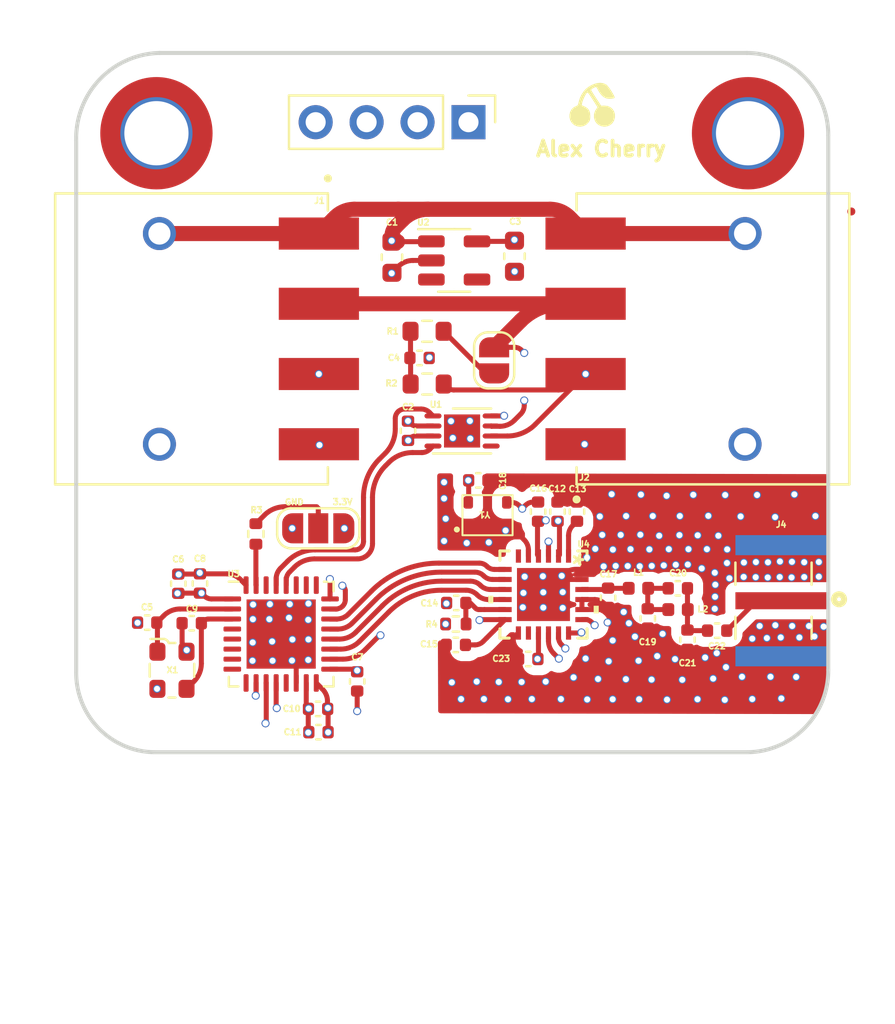
<source format=kicad_pcb>
(kicad_pcb (version 20221018) (generator pcbnew)
  (layers (0 "F.Cu" signal) (1 "In1.Cu" power) (2 "In2.Cu" signal) (3 "In3.Cu" signal) (4 "In4.Cu" power) (31 "B.Cu" signal) (34 "B.Paste" user) (35 "F.Paste" user) (36 "B.SilkS" user "B.Silkscreen") (37 "F.SilkS" user "F.Silkscreen") (38 "B.Mask" user) (39 "F.Mask" user) (44 "Edge.Cuts" user))
  (net 0 "")
  (net 1 "GND")
  (net 2 "+5V")
  (net 3 "+3.3V")
  (net 4 "Net-(C4-Pad1)")
  (net 5 "RCC_OSC_IN")
  (net 6 "RCC_OSC_OUT")
  (net 7 "Net-(U4-DCC_FB)")
  (net 8 "Net-(U4-VR_PA)")
  (net 9 "Net-(U4-VBAT_IO)")
  (net 10 "RFIO")
  (net 11 "Net-(C19-Pad1)")
  (net 12 "Net-(C20-Pad2)")
  (net 13 "SYS_SWCLK")
  (net 14 "SYS_SWDIO")
  (net 15 "Net-(SW1-A)")
  (net 16 "CAN_L")
  (net 17 "BOOT0")
  (net 18 "Net-(SW2-B)")
  (net 19 "CAN_H")
  (net 20 "CAN_TX")
  (net 21 "CAN_RX")
  (net 30 "SPI1_SCK")
  (net 31 "SPI1_MISO")
  (net 32 "SPI1_MOSI")
  (net 38 "52Mhz XTAL")
  (net 39 "Net-(Y1-OUTPUT)")
  (net 40 "RESET")
  (net 42 "BUSY")
  (net 43 "DIO1")
  (net 44 "DIO2")
  (net 45 "DIO3")
  (net 47 "CS_Radio")
  (net 48 "Net-(C22-Pad2)")
  (footprint "Capacitor_SMD:C_0402_1005Metric" (layer "F.Cu") (at 143.696954 99.536954)
    (fp_text reference "C4")
    (fp_text value "4.7nF")
  )
  (footprint "Capacitor_SMD:C_0402_1005Metric" (layer "F.Cu") (at 158.536954 113.126954)
    (fp_text reference "C22")
    (fp_text value "100pF")
  )
  (footprint "Connector_PinHeader_2.54mm:PinHeader_1x04_P2.54mm_Vertical" (layer "F.Cu") (at 146.136954 87.786954 -90)
    (fp_text reference "J3" hide)
    (fp_text value "Debug")
  )
  (footprint "Capacitor_SMD:C_0402_1005Metric" (layer "F.Cu") (at 149.606954 107.196954 90)
    (fp_text reference "C16")
    (fp_text value "1nF")
  )
  (footprint "Capacitor_SMD:C_0402_1005Metric" (layer "F.Cu") (at 138.636954 117.026954)
    (fp_text reference "C10")
    (fp_text value "10nF")
  )
  (footprint "Capacitor_SMD:C_0603_1608Metric" (layer "F.Cu") (at 148.431954 94.466954 90)
    (fp_text reference "C3")
    (fp_text value "1uF/10V/X7R")
  )
  (footprint "Resistor_SMD:R_0603_1608Metric" (layer "F.Cu") (at 144.071954 98.206954 180)
    (fp_text reference "R1")
    (fp_text value "60 ohm")
  )
  (footprint "Inductor_SMD:L_0402_1005Metric" (layer "F.Cu") (at 154.611954 111.016954)
    (fp_text reference "L1")
    (fp_text value "3.0nH")
  )
  (footprint "MountingHole:MountingHole_3.2mm_M3_DIN965_Pad_TopOnly" (layer "F.Cu") (at 130.576954 88.336954 90)
    (fp_text reference "H2" hide)
    (fp_text value "MountingHole")
  )
  (footprint "Capacitor_SMD:C_0402_1005Metric" (layer "F.Cu") (at 132.746954 110.776954 90)
    (fp_text reference "C8")
    (fp_text value "4.7uF")
  )
  (footprint "Capacitor_SMD:C_0402_1005Metric" (layer "F.Cu") (at 153.096954 111.486954 -90)
    (fp_text reference "C17")
    (fp_text value "0.8pF")
  )
  (footprint "Capacitor_SMD:C_0402_1005Metric" (layer "F.Cu") (at 131.666954 110.786954 90)
    (fp_text reference "C6")
    (fp_text value "100nF")
  )
  (footprint "TX0369B:TX0369B" (layer "F.Cu") (at 146.126954 106.736954)
    (fp_text reference "Y1")
    (fp_text value "~")
  )
  (footprint "Jumper:SolderJumper-3_P1.3mm_Open_RoundedPad1.0x1.5mm_NumberLabels" (layer "F.Cu") (at 138.646954 108.026954)
    (fp_text reference "SW2" hide)
    (fp_text value "SW_SPDT")
  )
  (footprint "Capacitor_SMD:C_0402_1005Metric" (layer "F.Cu") (at 156.576954 111.016954)
    (fp_text reference "C20")
    (fp_text value "0.5pF")
  )
  (footprint "Package_DFN_QFN:QFN-32-1EP_5x5mm_P0.5mm_EP3.45x3.45mm" (layer "F.Cu") (at 136.796954 113.296954)
    (fp_text reference "U3")
    (fp_text value "STM32G4A1KEUx")
  )
  (footprint "Capacitor_SMD:C_0402_1005Metric" (layer "F.Cu") (at 150.576954 107.196954 90)
    (fp_text reference "C12")
    (fp_text value "10nf")
  )
  (footprint "Package_DFN_QFN:TDFN-8-1EP_3x2mm_P0.5mm_EP1.80x1.65mm" (layer "F.Cu") (at 145.816954 103.176954)
    (fp_text reference "U1")
    (fp_text value "MCP2557FD-xMNY")
  )
  (footprint "Capacitor_SMD:C_0402_1005Metric" (layer "F.Cu") (at 149.119254 114.539254 180)
    (fp_text reference "C23")
    (fp_text value "100nF")
  )
  (footprint "Capacitor_SMD:C_0402_1005Metric" (layer "F.Cu") (at 145.506954 113.836954 180)
    (fp_text reference "C15")
    (fp_text value "470nF")
  )
  (footprint "Package_TO_SOT_SMD:SOT-23-5" (layer "F.Cu") (at 145.424454 94.676954)
    (fp_text reference "U2")
    (fp_text value "MIC5504-3.3YM5")
  )
  (footprint "Capacitor_SMD:C_0402_1005Metric" (layer "F.Cu") (at 155.076954 112.516954 -90)
    (fp_text reference "C19")
    (fp_text value "1.2pF")
  )
  (footprint "Resistor_SMD:R_0402_1005Metric" (layer "F.Cu") (at 145.506954 112.796954)
    (fp_text reference "R4")
    (fp_text value "0R")
  )
  (footprint "Oscillator:Oscillator_SMD_ECS_2520MV-xxx-xx-4Pin_2.5x2.0mm" (layer "F.Cu") (at 131.351954 115.101954)
    (fp_text reference "X1")
    (fp_text value "ECS-2520MV-xxx-xx")
  )
  (footprint "MountingHole:MountingHole_3.2mm_M3_DIN965_Pad_TopOnly" (layer "F.Cu") (at 160.076954 88.336954 90)
    (fp_text reference "H1" hide)
    (fp_text value "MountingHole")
  )
  (footprint "Capacitor_SMD:C_0402_1005Metric" (layer "F.Cu") (at 146.626954 105.636954 180)
    (fp_text reference "C18")
    (fp_text value "10nF")
  )
  (footprint "Capacitor_SMD:C_0402_1005Metric" (layer "F.Cu") (at 145.526954 111.746954 180)
    (fp_text reference "C14")
    (fp_text value "100nF")
  )
  (footprint "Capacitor_SMD:C_0402_1005Metric" (layer "F.Cu") (at 132.336954 112.756954 180)
    (fp_text reference "C9")
    (fp_text value "20pF")
  )
  (footprint "Capacitor_SMD:C_0603_1608Metric" (layer "F.Cu") (at 142.321954 94.516954 90)
    (fp_text reference "C1")
    (fp_text value "1uF/10V/X7R")
  )
  (footprint "Inductor_SMD:L_0402_1005Metric" (layer "F.Cu") (at 156.586954 112.076954)
    (fp_text reference "L2")
    (fp_text value "2.5nH")
  )
  (footprint "Capacitor_SMD:C_0402_1005Metric" (layer "F.Cu") (at 151.546954 107.196954 90)
    (fp_text reference "C13")
    (fp_text value "10nF")
  )
  (footprint "Capacitor_SMD:C_0402_1005Metric" (layer "F.Cu") (at 140.586954 115.656954 -90)
    (fp_text reference "C7")
    (fp_text value "100nF")
  )
  (footprint "SMD_Connector:PHOENIX_1824543" (layer "F.Cu") (at 132.326954 98.586954 -90)
    (fp_text reference "J1")
    (fp_text value "1824543")
  )
  (footprint "Resistor_SMD:R_0402_1005Metric" (layer "F.Cu") (at 135.536954 108.306954 90)
    (fp_text reference "R3")
    (fp_text value "10k")
  )
  (footprint "Jumper:SolderJumper-2_P1.3mm_Open_RoundedPad1.0x1.5mm" (layer "F.Cu") (at 147.416954 99.656954 90)
    (fp_text reference "SW1" hide)
    (fp_text value "SW_SPST")
  )
  (footprint "SX1280:QFN24_4X4_SEM-L" (layer "F.Cu") (at 149.876954 111.326954 -90)
    (fp_text reference "U4")
    (fp_text value "SX1280IMLTRT")
  )
  (footprint "Resistor_SMD:R_0603_1608Metric" (layer "F.Cu") (at 144.076954 100.836954)
    (fp_text reference "R2")
    (fp_text value "60 ohm" hide)
  )
  (footprint "Capacitor_SMD:C_0402_1005Metric" (layer "F.Cu") (at 157.056954 113.576954 -90)
    (fp_text reference "C21")
    (fp_text value "1.2pF")
  )
  (footprint "Capacitor_SMD:C_0402_1005Metric" (layer "F.Cu") (at 138.656954 118.186954)
    (fp_text reference "C11")
    (fp_text value "1uF")
  )
  (footprint "Capacitor_SMD:C_0402_1005Metric" (layer "F.Cu") (at 143.121954 103.166954 90)
    (fp_text reference "C2")
    (fp_text value "0.1uF")
  )
  (footprint "SMD_Connector:PHOENIX_1824543" (layer "F.Cu") (at 158.326954 98.586954 90)
    (fp_text reference "J2")
    (fp_text value "1824543")
  )
  (footprint "Capacitor_SMD:C_0402_1005Metric" (layer "F.Cu") (at 130.116954 112.726954 180)
    (fp_text reference "C5")
    (fp_text value "20pF")
  )
  (footprint "SMA:TAOGLAS_EMPCB.SMAFSTJ.B.HT" (layer "F.Cu") (at 161.726954 111.636954 -90)
    (fp_text reference "J4")
    (fp_text value "EMPCB.SMAFSTJ.B.HT")
  )
  (footprint "Cherry:Cherry" (layer "F.Cu") (at 152.361093 86.655406)
    (fp_text reference "Alex Cherry ")
    (fp_text value "LOGO" hide)
  )
  (gr_arc (start 165.226954 92.236954) (mid 165.226954 92.236954) (end 165.226954 92.236954) (stroke (width 0.2)) (layer "F.Cu"))
  (gr_line (start 164.076954 88.436954) (end 164.076954 115.085019) (stroke (width 0.2)) (layer "Edge.Cuts"))
  (gr_arc (start 130.502921 119.186954) (mid 127.716888 118.013033) (end 126.576954 115.212922) (stroke (width 0.2)) (layer "Edge.Cuts"))
  (gr_line (start 130.502921 119.186954) (end 160.026954 119.186954) (stroke (width 0.2)) (layer "Edge.Cuts"))
  (gr_arc (start 160.025019 84.336954) (mid 162.900124 85.547771) (end 164.076954 88.436954) (stroke (width 0.2)) (layer "Edge.Cuts"))
  (gr_arc (start 164.076954 115.085019) (mid 162.901493 117.974768) (end 160.026954 119.186954) (stroke (width 0.2)) (layer "Edge.Cuts"))
  (gr_line (start 126.576954 88.688889) (end 126.576954 115.212922) (stroke (width 0.2)) (layer "Edge.Cuts"))
  (gr_line (start 160.025019 84.336954) (end 130.726954 84.336954) (stroke (width 0.2)) (layer "Edge.Cuts"))
  (gr_arc (start 126.576954 88.688889) (mid 127.750639 85.653429) (end 130.726954 84.336954) (stroke (width 0.2)) (layer "Edge.Cuts"))
  (segment (start 152.901954 111.771954) (end 153.041953 111.911953) (width 0.25) (layer "F.Cu") (net 1))
  (segment (start 150.801954 110.421954) (end 150.790489 110.410489) (width 0.25) (layer "F.Cu") (net 1))
  (segment (start 139.106954 116.650704) (end 139.106954 117.006954) (width 0.25) (layer "F.Cu") (net 1))
  (segment (start 132.729882 110.306954) (end 131.666954 110.306954) (width 0.25) (layer "F.Cu") (net 1))
  (segment (start 150.9921 110.696954) (end 150.891954 110.696954) (width 0.25) (layer "F.Cu") (net 1))
  (segment (start 143.118418 102.683418) (end 143.115489 102.680489) (width 0.25) (layer "F.Cu") (net 1))
  (segment (start 148.916697 108.604306) (end 148.612824 108.300433) (width 0.25) (layer "F.Cu") (net 1))
  (segment (start 150.773418 110.393418) (end 150.741954 110.361954) (width 0.25) (layer "F.Cu") (net 1))
  (segment (start 151.041806 110.576953) (end 151.794654 110.576953) (width 0.25) (layer "F.Cu") (net 1))
  (segment (start 150.996954 110.256954) (end 150.831954 110.421954) (width 0.25) (layer "F.Cu") (net 1))
  (segment (start 149.126953 109.111908) (end 149.126953 109.409254) (width 0.25) (layer "F.Cu") (net 1))
  (segment (start 148.623104 113.244654) (end 148.626954 113.244654) (width 0.25) (layer "F.Cu") (net 1))
  (segment (start 151.794654 112.076955) (end 151.794654 111.576954) (width 0.25) (layer "F.Cu") (net 1))
  (segment (start 139.136954 116.994025) (end 139.136954 118.196954) (width 0.25) (layer "F.Cu") (net 1))
  (segment (start 143.121954 102.681954) (end 143.121954 102.676954) (width 0.25) (layer "F.Cu") (net 1))
  (segment (start 147.911954 102.416954) (end 147.906954 102.421954) (width 0.25) (layer "F.Cu") (net 1))
  (segment (start 137.441954 114.721954) (end 137.336954 114.616954) (width 0.25) (layer "F.Cu") (net 1))
  (segment (start 151.431512 110.076954) (end 151.794654 110.076954) (width 0.25) (layer "F.Cu") (net 1))
  (segment (start 134.086706 110.296954) (end 132.754025 110.296954) (width 0.25) (layer "F.Cu") (net 1))
  (segment (start 143.125489 102.690489) (end 143.118418 102.683418) (width 0.25) (layer "F.Cu") (net 1))
  (segment (start 134.765704 110.578204) (end 135.046954 110.859454) (width 0.25) (layer "F.Cu") (net 1))
  (segment (start 152.431182 111.576954) (end 151.794654 111.576954) (width 0.25) (layer "F.Cu") (net 1))
  (segment (start 136.964423 113.464423) (end 136.796954 113.296954) (width 0.25) (layer "F.Cu") (net 1))
  (segment (start 139.126954 116.976954) (end 139.131954 116.981954) (width 0.25) (layer "F.Cu") (net 1))
  (segment (start 143.241954 102.806954) (end 143.125489 102.690489) (width 0.25) (layer "F.Cu") (net 1))
  (segment (start 137.336954 114.616954) (end 137.441954 114.511954) (width 0.25) (layer "F.Cu") (net 1))
  (segment (start 150.786954 110.401954) (end 150.786954 110.396954) (width 0.25) (layer "F.Cu") (net 1))
  (segment (start 150.706954 110.511954) (end 150.706954 110.376451) (width 0.25) (layer "F.Cu") (net 1))
  (segment (start 148.616531 113.247376) (end 148.326954 113.536954) (width 0.25) (layer "F.Cu") (net 1))
  (segment (start 138.855047 116.042547) (end 138.546954 115.734454) (width 0.25) (layer "F.Cu") (net 1))
  (segment (start 150.786954 110.396954) (end 150.781954 110.396954) (width 0.25) (layer "F.Cu") (net 1))
  (segment (start 143.371824 94.676954) (end 144.286954 94.676954) (width 0.25) (layer "F.Cu") (net 1))
  (segment (start 140.586954 117.136954) (end 140.586954 116.006954) (width 0.25) (layer "F.Cu") (net 1))
  (segment (start 132.086954 114.096954) (end 131.971954 113.981954) (width 0.25) (layer "F.Cu") (net 1))
  (segment (start 137.546954 114.258461) (end 137.546954 114.181304) (width 0.25) (layer "F.Cu") (net 1))
  (segment (start 143.121954 102.676954) (end 143.116954 102.676954) (width 0.25) (layer "F.Cu") (net 1))
  (segment (start 137.546954 114.975446) (end 137.546954 115.734454) (width 0.25) (layer "F.Cu") (net 1))
  (segment (start 147.986954 108.136954) (end 148.218149 108.136954) (width 0.25) (layer "F.Cu") (net 1))
  (segment (start 137.211954 113.566954) (end 137.356954 113.566954) (width 0.25) (layer "F.Cu") (net 1))
  (segment (start 143.531659 102.926954) (end 144.366954 102.926954) (width 0.25) (layer "F.Cu") (net 1))
  (segment (start 131.856954 113.704319) (end 131.856954 112.756954) (width 0.25) (layer "F.Cu") (net 1))
  (segment (start 142.629454 94.984454) (end 142.321954 95.291954) (width 0.25) (layer "F.Cu") (net 1))
  (segment (start 151.794654 112.076955) (end 152.90917 112.076955) (width 0.25) (layer "F.Cu") (net 1))
  (segment (start 137.356954 113.722603) (end 137.356954 113.566954) (width 0.25) (layer "F.Cu") (net 1))
  (segment (start 147.894882 102.426954) (end 147.266954 102.426954) (width 0.25) (layer "F.Cu") (net 1))
  (via (at 161.016954 113.496954) (size 0.4) (drill 0.3) (layers "F.Cu" "B.Cu") (net 1))
  (via (at 158.096954 107.406954) (size 0.4) (drill 0.3) (layers "F.Cu" "B.Cu") (net 1))
  (via (at 158.916954 116.576954) (size 0.4) (drill 0.3) (layers "F.Cu" "B.Cu") (net 1))
  (via (at 159.706954 107.436954) (size 0.4) (drill 0.3) (layers "F.Cu" "B.Cu") (net 1))
  (via (at 161.426954 107.466954) (size 0.4) (drill 0.3) (layers "F.Cu" "B.Cu") (net 1))
  (via (at 152.596954 115.536954) (size 0.4) (drill 0.3) (layers "F.Cu" "B.Cu") (net 1))
  (via (at 137.356954 113.566954) (size 0.4) (drill 0.3) (layers "F.Cu" "B.Cu") (net 1))
  (via (at 151.926954 103.836954) (size 0.4) (drill 0.3) (layers "F.Cu" "B.Cu") (net 1))
  (via (at 153.326954 113.616954) (size 0.4) (drill 0.3) (layers "F.Cu" "B.Cu") (net 1))
  (via (at 130.606954 116.026954) (size 0.4) (drill 0.3) (layers "F.Cu" "B.Cu") (net 1))
  (via (at 135.376954 113.716954) (size 0.4) (drill 0.3) (layers "F.Cu" "B.Cu") (net 1))
  (via (at 156.796954 115.576954) (size 0.4) (drill 0.3) (layers "F.Cu" "B.Cu") (net 1))
  (via (at 158.936954 106.366954) (size 0.4) (drill 0.3) (layers "F.Cu" "B.Cu") (net 1))
  (via (at 139.136954 118.196954) (size 0.4) (drill 0.3) (layers "F.Cu" "B.Cu") (net 1))
  (via (at 144.92 106.54) (size 0.4) (drill 0.3) (layers "F.Cu" "B.Cu") (net 1))
  (via (at 163.606954 110.436954) (size 0.4) (drill 0.3) (layers "F.Cu" "B.Cu") (net 1))
  (via (at 137.336954 114.616954) (size 0.4) (drill 0.3) (layers "F.Cu" "B.Cu") (net 1))
  (via (at 148.846954 111.966954) (size 0.4) (drill 0.3) (layers "F.Cu" "B.Cu") (net 1))
  (via (at 154.436954 113.426954) (size 0.4) (drill 0.3) (layers "F.Cu" "B.Cu") (net 1))
  (via (at 163.846954 112.926954) (size 0.4) (drill 0.3) (layers "F.Cu" "B.Cu") (net 1))
  (via (at 153.326954 116.546954) (size 0.4) (drill 0.3) (layers "F.Cu" "B.Cu") (net 1))
  (via (at 159.146954 110.516954) (size 0.4) (drill 0.3) (layers "F.Cu" "B.Cu") (net 1))
  (via (at 162.276954 112.896954) (size 0.4) (drill 0.3) (layers "F.Cu" "B.Cu") (net 1))
  (via (at 153.126954 114.656954) (size 0.4) (drill 0.3) (layers "F.Cu" "B.Cu") (net 1))
  (via (at 162.266954 109.696954) (size 0.4) (drill 0.3) (layers "F.Cu" "B.Cu") (net 1))
  (via (at 145.306954 115.706954) (size 0.4) (drill 0.3) (layers "F.Cu" "B.Cu") (net 1))
  (via (at 146.906954 116.536954) (size 0.4) (drill 0.3) (layers "F.Cu" "B.Cu") (net 1))
  (via (at 155.816954 113.286954) (size 0.4) (drill 0.3) (layers "F.Cu" "B.Cu") (net 1))
  (via (at 158.976954 114.946954) (size 0.4) (drill 0.3) (layers "F.Cu" "B.Cu") (net 1))
  (via (at 156.676954 107.416954) (size 0.4) (drill 0.3) (layers "F.Cu" "B.Cu") (net 1))
  (via (at 153.336954 109.086954) (size 0.4) (drill 0.3) (layers "F.Cu" "B.Cu") (net 1))
  (via (at 144.186954 99.516954) (size 0.4) (drill 0.3) (layers "F.Cu" "B.Cu") (net 1))
  (via (at 160.286954 113.526954) (size 0.4) (drill 0.3) (layers "F.Cu" "B.Cu") (net 1))
  (via (at 145.766954 116.536954) (size 0.4) (drill 0.3) (layers "F.Cu" "B.Cu") (net 1))
  (via (at 151.376954 115.456954) (size 0.4) (drill 0.3) (layers "F.Cu" "B.Cu") (net 1))
  (via (at 152.806954 108.356954) (size 0.4) (drill 0.3) (layers "F.Cu" "B.Cu") (net 1))
  (via (at 158.430892 111.437614) (size 0.4) (drill 0.3) (layers "F.Cu" "B.Cu") (net 1))
  (via (at 135.396954 111.826954) (size 0.4) (drill 0.3) (layers "F.Cu" "B.Cu") (net 1))
  (via (at 155.326954 107.416954) (size 0.4) (drill 0.3) (layers "F.Cu" "B.Cu") (net 1))
  (via (at 162.636954 113.466954) (size 0.4) (drill 0.3) (layers "F.Cu" "B.Cu") (net 1))
  (via (at 159.871012 109.730928) (size 0.4) (drill 0.3) (layers "F.Cu" "B.Cu") (net 1))
  (via (at 157.566954 108.376954) (size 0.4) (drill 0.3) (layers "F.Cu" "B.Cu") (net 1))
  (via (at 145 107.55) (size 0.4) (drill 0.3) (layers "F.Cu" "B.Cu") (net 1))
  (via (at 157.07279 109.833864) (size 0.4) (drill 0.3) (layers "F.Cu" "B.Cu") (net 1))
  (via (at 144.92 108.66) (size 0.4) (drill 0.3) (layers "F.Cu" "B.Cu") (net 1))
  (via (at 138.156954 111.776954) (size 0.4) (drill 0.3) (layers "F.Cu" "B.Cu") (net 1))
  (via (at 153.876954 112.196954) (size 0.4) (drill 0.3) (layers "F.Cu" "B.Cu") (net 1))
  (via (at 163.386954 113.416954) (size 0.4) (drill 0.3) (layers "F.Cu" "B.Cu") (net 1))
  (via (at 153.986954 115.546954) (size 0.4) (drill 0.3) (layers "F.Cu" "B.Cu") (net 1))
  (via (at 146.206954 102.676954) (size 0.4) (drill 0.3) (layers "F.Cu" "B.Cu") (net 1))
  (via (at 161.436954 112.856954) (size 0.4) (drill 0.3) (layers "F.Cu" "B.Cu") (net 1))
  (via (at 161.196954 115.426954) (size 0.4) (drill 0.3) (layers "F.Cu" "B.Cu") (net 1))
  (via (at 146.546954 115.666954) (size 0.4) (drill 0.3) (layers "F.Cu" "B.Cu") (net 1))
  (via (at 138.146954 112.586954) (size 0.4) (drill 0.3) (layers "F.Cu" "B.Cu") (net 1))
  (via (at 159.026954 109.756954) (size 0.4) (drill 0.3) (layers "F.Cu" "B.Cu") (net 1))
  (via (at 154.616954 114.626954) (size 0.4) (drill 0.3) (layers "F.Cu" "B.Cu") (net 1))
  (via (at 138.706954 103.876954) (size 0.4) (drill 0.3) (layers "F.Cu" "B.Cu") (net 1))
  (via (at 149.296954 116.536954) (size 0.4) (drill 0.3) (layers "F.Cu" "B.Cu") (net 1))
  (via (at 137.346954 108.026954) (size 0.4) (drill 0.3) (layers "F.Cu" "B.Cu") (net 1))
  (via (at 158.444374 110.838263) (size 0.4) (drill 0.3) (layers "F.Cu" "B.Cu") (net 1))
  (via (at 160.656954 112.896954) (size 0.4) (drill 0.3) (layers "F.Cu" "B.Cu") (net 1))
  (via (at 146.05 108.76) (size 0.4) (drill 0.3) (layers "F.Cu" "B.Cu") (net 1))
  (via (at 161.667659 109.681183) (size 0.4) (drill 0.3) (layers "F.Cu" "B.Cu") (net 1))
  (via (at 149.846954 110.416954) (size 0.4) (drill 0.3) (layers "F.Cu" "B.Cu") (net 1))
  (via (at 136.206954 112.556954) (size 0.4) (drill 0.3) (layers "F.Cu" "B.Cu") (net 1))
  (via (at 159.776954 115.426954) (size 0.4) (drill 0.3) (layers "F.Cu" "B.Cu") (net 1))
  (via (at 154.706954 108.346954) (size 0.4) (drill 0.3) (layers "F.Cu" "B.Cu") (net 1))
  (via (at 154.676569 109.920287) (size 0.4) (drill 0.3) (layers "F.Cu" "B.Cu") (net 1))
  (via (at 158.416954 112.036954) (size 0.4) (drill 0.3) (layers "F.Cu" "B.Cu") (net 1))
  (via (at 159.85902 110.451209) (size 0.4) (drill 0.3) (layers "F.Cu" "B.Cu") (net 1))
  (via (at 147.911954 102.416954) (size 0.4) (drill 0.3) (layers "F.Cu" "B.Cu") (net 1))
  (via (at 160.526954 106.366954) (size 0.4) (drill 0.3) (layers "F.Cu" "B.Cu") (net 1))
  (via (at 160.286954 116.536954) (size 0.4) (drill 0.3) (layers "F.Cu" "B.Cu") (net 1))
  (via (at 158.026954 109.066954) (size 0.4) (drill 0.3) (layers "F.Cu" "B.Cu") (net 1))
  (via (at 135.366954 114.626954) (size 0.4) (drill 0.3) (layers "F.Cu" "B.Cu") (net 1))
  (via (at 153.076954 112.716954) (size 0.4) (drill 0.3) (layers "F.Cu" "B.Cu") (net 1))
  (via (at 145.266954 102.686954) (size 0.4) (drill 0.3) (layers "F.Cu" "B.Cu") (net 1))
  (via (at 157.346954 106.356954) (size 0.4) (drill 0.3) (layers "F.Cu" "B.Cu") (net 1))
  (via (at 161.656954 110.456954) (size 0.4) (drill 0.3) (layers "F.Cu" "B.Cu") (net 1))
  (via (at 146.226954 103.556954) (size 0.4) (drill 0.3) (layers "F.Cu" "B.Cu") (net 1))
  (via (at 153.477696 109.904076) (size 0.4) (drill 0.3) (layers "F.Cu" "B.Cu") (net 1))
  (via (at 129.636954 112.736954) (size 0.4) (drill 0.3) (layers "F.Cu" "B.Cu") (net 1))
  (via (at 157.766954 110.026954) (size 0.4) (drill 0.3) (layers "F.Cu" "B.Cu") (net 1))
  (via (at 156.036954 116.566954) (size 0.4) (drill 0.3) (layers "F.Cu" "B.Cu") (net 1))
  (via (at 139.126954 116.976954) (size 0.4) (drill 0.3) (layers "F.Cu" "B.Cu") (net 1))
  (via (at 156.016954 106.406954) (size 0.4) (drill 0.3) (layers "F.Cu" "B.Cu") (net 1))
  (via (at 163.606954 109.706954) (size 0.4) (drill 0.3) (layers "F.Cu" "B.Cu") (net 1))
  (via (at 145.036954 111.776954) (size 0.4) (drill 0.3) (layers "F.Cu" "B.Cu") (net 1))
  (via (at 162.386954 106.336954) (size 0.4) (drill 0.3) (layers "F.Cu" "B.Cu") (net 1))
  (via (at 155.646954 108.396954) (size 0.4) (drill 0.3) (layers "F.Cu" "B.Cu") (net 1))
  (via (at 154.736954 106.346954) (size 0.4) (drill 0.3) (layers "F.Cu" "B.Cu") (net 1))
  (via (at 150.786954 110.396954) (size 0.4) (drill 0.3) (layers "F.Cu" "B.Cu") (net 1))
  (via (at 142.306954 95.316954) (size 0.4) (drill 0.3) (layers "F.Cu" "B.Cu") (net 1))
  (via (at 153.726954 108.356954) (size 0.4) (drill 0.3) (layers "F.Cu" "B.Cu") (net 1))
  (via (at 160.470163 109.710393) (size 0.4) (drill 0.3) (layers "F.Cu" "B.Cu") (net 1))
  (via (at 136.236954 111.806954) (size 0.4) (drill 0.3) (layers "F.Cu" "B.Cu") (net 1))
  (via (at 148.436954 95.226954) (size 0.4) (drill 0.3) (layers "F.Cu" "B.Cu") (net 1))
  (via (at 144.92 105.73) (size 0.4) (drill 0.3) (layers "F.Cu" "B.Cu") (net 1))
  (via (at 152.046954 109.486954) (size 0.4) (drill 0.3) (layers "F.Cu" "B.Cu") (net 1))
  (via (at 137.186954 112.486954) (size 0.4) (drill 0.3) (layers "F.Cu" "B.Cu") (net 1))
  (via (at 132.086954 114.096954) (size 0.4) (drill 0.3) (layers "F.Cu" "B.Cu") (net 1))
  (via (at 152.686954 107.436954) (size 0.4) (drill 0.3) (layers "F.Cu" "B.Cu") (net 1))
  (via (at 137.226954 111.806954) (size 0.4) (drill 0.3) (layers "F.Cu" "B.Cu") (net 1))
  (via (at 132.736954 110.246954) (size 0.4) (drill 0.3) (layers "F.Cu" "B.Cu") (net 1))
  (via (at 135.386954 112.556954) (size 0.4) (drill 0.3) (layers "F.Cu" "B.Cu") (net 1))
  (via (at 160.458395 110.463598) (size 0.4) (drill 0.3) (layers "F.Cu" "B.Cu") (net 1))
  (via (at 140.586954 117.136954) (size 0.4) (drill 0.3) (layers "F.Cu" "B.Cu") (net 1))
  (via (at 131.686954 110.326954) (size 0.4) (drill 0.3) (layers "F.Cu" "B.Cu") (net 1))
  (via (at 156.656954 108.366954) (size 0.4) (drill 0.3) (layers "F.Cu" "B.Cu") (net 1))
  (via (at 155.275831 109.903301) (size 0.4) (drill 0.3) (layers "F.Cu" "B.Cu") (net 1))
  (via (at 136.366954 114.626954) (size 0.4) (drill 0.3) (layers "F.Cu" "B.Cu") (net 1))
  (via (at 157.106954 109.066954) (size 0.4) (drill 0.3) (layers "F.Cu" "B.Cu") (net 1))
  (via (at 157.936954 114.466954) (size 0.4) (drill 0.3) (layers "F.Cu" "B.Cu") (net 1))
  (via (at 154.646954 116.546954) (size 0.4) (drill 0.3) (layers "F.Cu" "B.Cu") (net 1))
  (via (at 152.056954 116.556954) (size 0.4) (drill 0.3) (layers "F.Cu" "B.Cu") (net 1))
  (via (at 150.746954 116.536954) (size 0.4) (drill 0.3) (layers "F.Cu" "B.Cu") (net 1))
  (via (at 155.156954 109.076954) (size 0.4) (drill 0.3) (layers "F.Cu" "B.Cu") (net 1))
  (via (at 161.069552 109.72207) (size 0.4) (drill 0.3) (layers "F.Cu" "B.Cu") (net 1))
  (via (at 138.146954 114.586954) (size 0.4) (drill 0.3) (layers "F.Cu" "B.Cu") (net 1))
  (via (at 150.836954 111.996954) (size 0.4) (drill 0.3) (layers "F.Cu" "B.Cu") (net 1))
  (via (at 158.596954 108.396954) (size 0.4) (drill 0.3) (layers "F.Cu" "B.Cu") (net 1))
  (via (at 149.866954 111.216954) (size 0.4) (drill 0.3) (layers "F.Cu" "B.Cu") (net 1))
  (via (at 148.106954 116.546954) (size 0.4) (drill 0.3) (layers "F.Cu" "B.Cu") (net 1))
  (via (at 155.546954 114.396954) (size 0.4) (drill 0.3) (layers "F.Cu" "B.Cu") (net 1))
  (via (at 156.47338 109.844398) (size 0.4) (drill 0.3) (layers "F.Cu" "B.Cu") (net 1))
  (via (at 145.356954 103.526954) (size 0.4) (drill 0.3) (layers "F.Cu" "B.Cu") (net 1))
  (via (at 154.216954 109.066954) (size 0.4) (drill 0.3) (layers "F.Cu" "B.Cu") (net 1))
  (via (at 148.786954 115.686954) (size 0.4) (drill 0.3) (layers "F.Cu" "B.Cu") (net 1))
  (via (at 163.116954 112.896954) (size 0.4) (drill 0.3) (layers "F.Cu" "B.Cu") (net 1))
  (via (at 158.336954 115.516954) (size 0.4) (drill 0.3) (layers "F.Cu" "B.Cu") (net 1))
  (via (at 158.418375 110.239324) (size 0.4) (drill 0.3) (layers "F.Cu" "B.Cu") (net 1))
  (via (at 159.036954 109.076954) (size 0.4) (drill 0.3) (layers "F.Cu" "B.Cu") (net 1))
  (via (at 147.986954 108.136954) (size 0.4) (drill 0.3) (layers "F.Cu" "B.Cu") (net 1))
  (via (at 152.458587 109.051108) (size 0.4) (drill 0.3) (layers "F.Cu" "B.Cu") (net 1))
  (via (at 162.876954 110.456954) (size 0.4) (drill 0.3) (layers "F.Cu" "B.Cu") (net 1))
  (via (at 151.976954 114.516954) (size 0.4) (drill 0.3) (layers "F.Cu" "B.Cu") (net 1))
  (via (at 152.876954 109.926954) (size 0.4) (drill 0.3) (layers "F.Cu" "B.Cu") (net 1))
  (via (at 156.436954 114.546954) (size 0.4) (drill 0.3) (layers "F.Cu" "B.Cu") (net 1))
  (via (at 147.646954 115.686954) (size 0.4) (drill 0.3) (layers "F.Cu" "B.Cu") (net 1))
  (via (at 147.15 108.73) (size 0.4) (drill 0.3) (layers "F.Cu" "B.Cu") (net 1))
  (via (at 149.866954 111.976954) (size 0.4) (drill 0.3) (layers "F.Cu" "B.Cu") (net 1))
  (via (at 153.996954 107.416954) (size 0.4) (drill 0.3) (layers "F.Cu" "B.Cu") (net 1))
  (via (at 154.077182 109.908508) (size 0.4) (drill 0.3) (layers "F.Cu" "B.Cu") (net 1))
  (via (at 156.126954 109.066954) (size 0.4) (drill 0.3) (layers "F.Cu" "B.Cu") (net 1))
  (via (at 138.156954 113.566954) (size 0.4) (drill 0.3) (layers "F.Cu" "B.Cu") (net 1))
  (via (at 153.276954 106.326954) (size 0.4) (drill 0.3) (layers "F.Cu" "B.Cu") (net 1))
  (via (at 154.136954 112.756954) (size 0.4) (drill 0.3) (layers "F.Cu" "B.Cu") (net 1))
  (via (at 148.936954 110.436954) (size 0.4) (drill 0.3) (layers "F.Cu" "B.Cu") (net 1))
  (via (at 161.706954 113.466954) (size 0.4) (drill 0.3) (layers "F.Cu" "B.Cu") (net 1))
  (via (at 155.266954 115.566954) (size 0.4) (drill 0.3) (layers "F.Cu" "B.Cu") (net 1))
  (via (at 143.121954 102.676954) (size 0.4) (drill 0.3) (layers "F.Cu" "B.Cu") (net 1))
  (via (at 163.436954 107.416954) (size 0.4) (drill 0.3) (layers "F.Cu" "B.Cu") (net 1))
  (via (at 157.556954 116.546954) (size 0.4) (drill 0.3) (layers "F.Cu" "B.Cu") (net 1))
  (via (at 155.874721 109.876191) (size 0.4) (drill 0.3) (layers "F.Cu" "B.Cu") (net 1))
  (via (at 162.476954 115.436954) (size 0.4) (drill 0.3) (layers "F.Cu" "B.Cu") (net 1))
  (via (at 148.876954 111.246954) (size 0.4) (drill 0.3) (layers "F.Cu" "B.Cu") (net 1))
  (via (at 162.876954 109.716954) (size 0.4) (drill 0.3) (layers "F.Cu" "B.Cu") (net 1))
  (via (at 158.516954 114.246954) (size 0.4) (drill 0.3) (layers "F.Cu" "B.Cu") (net 1))
  (via (at 161.736954 116.506954) (size 0.4) (drill 0.3) (layers "F.Cu" "B.Cu") (net 1))
  (via (at 150.836954 111.206954) (size 0.4) (drill 0.3) (layers "F.Cu" "B.Cu") (net 1))
  (via (at 149.986954 115.666954) (size 0.4) (drill 0.3) (layers "F.Cu" "B.Cu") (net 1))
  (via (at 136.346954 113.666954) (size 0.4) (drill 0.3) (layers "F.Cu" "B.Cu") (net 1))
  (via (at 162.246954 110.476954) (size 0.4) (drill 0.3) (layers "F.Cu" "B.Cu") (net 1))
  (via (at 161.057763 110.476283) (size 0.4) (drill 0.3) (layers "F.Cu" "B.Cu") (net 1))
  (arc (start 134.765704 110.578204) (mid 134.454177 110.370048) (end 134.086706 110.296954) (width 0.25) (layer "F.Cu") (net 1))
  (arc (start 137.356954 113.722603) (mid 137.381643 113.846727) (end 137.451954 113.951954) (width 0.25) (layer "F.Cu") (net 1))
  (arc (start 150.741954 110.361954) (mid 150.71961 110.357509) (end 150.706954 110.376451) (width 0.25) (layer "F.Cu") (net 1))
  (arc (start 153.041953 112.021954) (mid 152.981031 112.06266) (end 152.90917 112.076955) (width 0.25) (layer "F.Cu") (net 1))
  (arc (start 137.441954 114.721954) (mid 137.519665 114.838257) (end 137.546954 114.975446) (width 0.25) (layer "F.Cu") (net 1))
  (arc (start 151.016953 110.636953) (mid 151.009334 110.598649) (end 151.041806 110.576953) (width 0.25) (layer "F.Cu") (net 1))
  (arc (start 147.894882 102.426954) (mid 147.901415 102.425654) (end 147.906954 102.421954) (width 0.25) (layer "F.Cu") (net 1))
  (arc (start 153.041953 112.021954) (mid 153.064735 111.966953) (end 153.041953 111.911953) (width 0.25) (layer "F.Cu") (net 1))
  (arc (start 150.706954 110.511954) (mid 150.761139 110.642768) (end 150.891954 110.696954) (width 0.25) (layer "F.Cu") (net 1))
  (arc (start 143.125489 102.690489) (mid 143.122872 102.686573) (end 143.121954 102.681954) (width 0.25) (layer "F.Cu") (net 1))
  (arc (start 150.786954 110.401954) (mid 150.787872 110.406573) (end 150.790489 110.410489) (width 0.25) (layer "F.Cu") (net 1))
  (arc (start 131.856954 113.704319) (mid 131.886841 113.854574) (end 131.971954 113.981954) (width 0.25) (layer "F.Cu") (net 1))
  (arc (start 143.371824 94.676954) (mid 142.970056 94.75687) (end 142.629454 94.984454) (width 0.25) (layer "F.Cu") (net 1))
  (arc (start 143.241954 102.806954) (mid 143.374871 102.895767) (end 143.531659 102.926954) (width 0.25) (layer "F.Cu") (net 1))
  (arc (start 150.801954 110.421954) (mid 150.816954 110.428167) (end 150.831954 110.421954) (width 0.25) (layer "F.Cu") (net 1))
  (arc (start 148.218149 108.136954) (mid 148.431745 108.17944) (end 148.612824 108.300433) (width 0.25) (layer "F.Cu") (net 1))
  (arc (start 137.211954 113.566954) (mid 137.077991 113.540307) (end 136.964423 113.464423) (width 0.25) (layer "F.Cu") (net 1))
  (arc (start 137.546954 114.258461) (mid 137.519665 114.39565) (end 137.441954 114.511954) (width 0.25) (layer "F.Cu") (net 1))
  (arc (start 132.741954 110.301954) (mid 132.736415 110.305654) (end 132.729882 110.306954) (width 0.25) (layer "F.Cu") (net 1))
  (arc (start 132.754025 110.296954) (mid 132.747492 110.298253) (end 132.741954 110.301954) (width 0.25) (layer "F.Cu") (net 1))
  (arc (start 150.996954 110.256954) (mid 151.19633 110.123734) (end 151.431512 110.076954) (width 0.25) (layer "F.Cu") (net 1))
  (arc (start 148.623104 113.244654) (mid 148.619546 113.245361) (end 148.616531 113.247376) (width 0.25) (layer "F.Cu") (net 1))
  (arc (start 152.901954 111.771954) (mid 152.685962 111.627632) (end 152.431182 111.576954) (width 0.25) (layer "F.Cu") (net 1))
  (arc (start 150.773418 110.393418) (mid 150.777334 110.396035) (end 150.781954 110.396954) (width 0.25) (layer "F.Cu") (net 1))
  (arc (start 139.136954 116.994025) (mid 139.135654 116.987492) (end 139.131954 116.981954) (width 0.25) (layer "F.Cu") (net 1))
  (arc (start 139.106954 116.650704) (mid 139.041485 116.321571) (end 138.855047 116.042547) (width 0.25) (layer "F.Cu") (net 1))
  (arc (start 150.9921 110.696954) (mid 151.024572 110.675256) (end 151.016953 110.636953) (width 0.25) (layer "F.Cu") (net 1))
  (arc (start 137.451954 113.951954) (mid 137.522264 114.05718) (end 137.546954 114.181304) (width 0.25) (layer "F.Cu") (net 1))
  (arc (start 143.121954 102.681954) (mid 143.120675 102.683867) (end 143.118418 102.683418) (width 0.25) (layer "F.Cu") (net 1))
  (arc (start 143.115489 102.680489) (mid 143.11504 102.678232) (end 143.116954 102.676954) (width 0.25) (layer "F.Cu") (net 1))
  (arc (start 149.126953 109.111908) (mid 149.072309 108.837195) (end 148.916697 108.604306) (width 0.25) (layer "F.Cu") (net 1))
  (segment (start 142.630956 92.126954) (end 144.122951 92.126954) (width 0.75) (layer "F.Cu") (net 2))
  (segment (start 142.519943 92.983964) (end 142.849454 92.654454) (width 0.75) (layer "F.Cu") (net 2))
  (segment (start 138.886954 93.126954) (end 139.214454 92.799454) (width 0.75) (layer "F.Cu") (net 2))
  (segment (start 139.399454 92.614454) (end 139.214454 92.799454) (width 0.75) (layer "F.Cu") (net 2))
  (segment (start 144.279454 93.734454) (end 144.286954 93.726954) (width 0.25) (layer "F.Cu") (net 2))
  (segment (start 144.261347 93.741954) (end 142.601954 93.741954) (width 0.25) (layer "F.Cu") (net 2))
  (segment (start 151.254454 92.614454) (end 151.439454 92.799454) (width 0.75) (layer "F.Cu") (net 2))
  (segment (start 139.399454 92.614454) (end 139.491954 92.521954) (width 0.75) (layer "F.Cu") (net 2))
  (segment (start 142.630956 92.126954) (end 140.445568 92.126954) (width 0.75) (layer "F.Cu") (net 2))
  (segment (start 150.208339 92.126954) (end 144.122951 92.126954) (width 0.75) (layer "F.Cu") (net 2))
  (segment (start 151.439454 92.799454) (end 151.766954 93.126954) (width 0.75) (layer "F.Cu") (net 2))
  (segment (start 138.379969 93.336954) (end 130.726954 93.336954) (width 0.75) (layer "F.Cu") (net 2))
  (segment (start 151.254454 92.614454) (end 151.161954 92.521954) (width 0.75) (layer "F.Cu") (net 2))
  (segment (start 152.273938 93.336954) (end 159.926954 93.336954) (width 0.75) (layer "F.Cu") (net 2))
  (via (at 142.306954 93.696954) (size 0.4) (drill 0.3) (layers "F.Cu" "B.Cu") (net 2))
  (arc (start 140.445568 92.126954) (mid 139.929475 92.229611) (end 139.491954 92.521954) (width 0.75) (layer "F.Cu") (net 2))
  (arc (start 142.321954 93.461954) (mid 142.403964 93.659943) (end 142.601954 93.741954) (width 0.75) (layer "F.Cu") (net 2))
  (arc (start 150.208339 92.126954) (mid 150.724431 92.229611) (end 151.161954 92.521954) (width 0.75) (layer "F.Cu") (net 2))
  (arc (start 138.886954 93.126954) (mid 138.654347 93.282376) (end 138.379969 93.336954) (width 0.25) (layer "F.Cu") (net 2))
  (arc (start 144.261347 93.741954) (mid 144.271146 93.740004) (end 144.279454 93.734454) (width 0.25) (layer "F.Cu") (net 2))
  (arc (start 142.849454 92.654454) (mid 143.433739 92.264046) (end 144.122951 92.126954) (width 0.75) (layer "F.Cu") (net 2))
  (arc (start 151.766954 93.126954) (mid 151.99956 93.282376) (end 152.273938 93.336954) (width 0.25) (layer "F.Cu") (net 2))
  (arc (start 142.519943 92.983964) (mid 142.373409 93.203267) (end 142.321954 93.461954) (width 0.75) (layer "F.Cu") (net 2))
  (arc (start 142.630956 92.126954) (mid 142.916437 92.317706) (end 142.849454 92.654454) (width 0.75) (layer "F.Cu") (net 2))
  (segment (start 140.475138 115.046954) (end 139.234454 115.046954) (width 0.25) (layer "F.Cu") (net 3))
  (segment (start 143.490446 103.426954) (end 144.366954 103.426954) (width 0.25) (layer "F.Cu") (net 3))
  (segment (start 138.166954 117.006954) (end 138.106954 116.946954) (width 0.25) (layer "F.Cu") (net 3))
  (segment (start 138.146954 118.206954) (end 138.146954 117.006954) (width 0.25) (layer "F.Cu") (net 3))
  (segment (start 132.971954 111.401954) (end 132.826954 111.256954) (width 0.25) (layer "F.Cu") (net 3))
  (segment (start 146.146954 106.702811) (end 146.146954 105.636954) (width 0.25) (layer "F.Cu") (net 3))
  (segment (start 149.626954 114.491967) (end 149.626954 113.244654) (width 0.25) (layer "F.Cu") (net 3))
  (segment (start 140.554204 115.079704) (end 140.586954 115.112454) (width 0.25) (layer "F.Cu") (net 3))
  (segment (start 138.046954 116.802101) (end 138.046954 115.734454) (width 0.25) (layer "F.Cu") (net 3))
  (segment (start 146.136954 106.726954) (end 146.126954 106.736954) (width 0.25) (layer "F.Cu") (net 3))
  (segment (start 133.322014 111.546954) (end 134.359454 111.546954) (width 0.25) (layer "F.Cu") (net 3))
  (segment (start 131.671954 111.261954) (end 131.666954 111.266954) (width 0.25) (layer "F.Cu") (net 3))
  (segment (start 148.372205 93.726954) (end 146.561954 93.726954) (width 0.25) (layer "F.Cu") (net 3))
  (segment (start 143.236954 103.531954) (end 143.131954 103.636954) (width 0.25) (layer "F.Cu") (net 3))
  (segment (start 131.684025 111.256954) (end 132.746954 111.256954) (width 0.25) (layer "F.Cu") (net 3))
  (segment (start 148.414454 93.709454) (end 148.431954 93.691954) (width 0.25) (layer "F.Cu") (net 3))
  (segment (start 149.613104 114.525404) (end 149.599254 114.539254) (width 0.25) (layer "F.Cu") (net 3))
  (via (at 144.996954 112.796954) (size 0.4) (drill 0.3) (layers "F.Cu" "B.Cu") (net 3))
  (via (at 131.626954 111.266954) (size 0.4) (drill 0.3) (layers "F.Cu" "B.Cu") (net 3))
  (via (at 143.131954 103.646954) (size 0.4) (drill 0.3) (layers "F.Cu" "B.Cu") (net 3))
  (via (at 138.166954 117.006954) (size 0.4) (drill 0.3) (layers "F.Cu" "B.Cu") (net 3))
  (via (at 149.576954 114.536954) (size 0.4) (drill 0.3) (layers "F.Cu" "B.Cu") (net 3))
  (via (at 138.146954 118.206954) (size 0.4) (drill 0.3) (layers "F.Cu" "B.Cu") (net 3))
  (via (at 146.126954 105.636954) (size 0.4) (drill 0.3) (layers "F.Cu" "B.Cu") (net 3))
  (via (at 132.826954 111.256954) (size 0.4) (drill 0.3) (layers "F.Cu" "B.Cu") (net 3))
  (via (at 140.586954 115.112454) (size 0.4) (drill 0.3) (layers "F.Cu" "B.Cu") (net 3))
  (via (at 148.426954 93.646954) (size 0.4) (drill 0.3) (layers "F.Cu" "B.Cu") (net 3))
  (via (at 139.946954 108.026954) (size 0.4) (drill 0.3) (layers "F.Cu" "B.Cu") (net 3))
  (arc (start 143.490446 103.426954) (mid 143.353257 103.454242) (end 143.236954 103.531954) (width 0.25) (layer "F.Cu") (net 3))
  (arc (start 140.554204 115.079704) (mid 140.517928 115.055465) (end 140.475138 115.046954) (width 0.25) (layer "F.Cu") (net 3))
  (arc (start 131.671954 111.261954) (mid 131.677492 111.258253) (end 131.684025 111.256954) (width 0.25) (layer "F.Cu") (net 3))
  (arc (start 146.136954 106.726954) (mid 146.144355 106.715877) (end 146.146954 106.702811) (width 0.25) (layer "F.Cu") (net 3))
  (arc (start 133.322014 111.546954) (mid 133.132563 111.509269) (end 132.971954 111.401954) (width 0.25) (layer "F.Cu") (net 3))
  (arc (start 149.626954 114.491967) (mid 149.623354 114.510063) (end 149.613104 114.525404) (width 0.25) (layer "F.Cu") (net 3))
  (arc (start 138.106954 116.946954) (mid 138.062547 116.880494) (end 138.046954 116.802101) (width 0.25) (layer "F.Cu") (net 3))
  (arc (start 148.372205 93.726954) (mid 148.39507 93.722405) (end 148.414454 93.709454) (width 0.25) (layer "F.Cu") (net 3))
  (segment (start 143.231954 99.551954) (end 143.234454 99.554454) (width 0.25) (layer "F.Cu") (net 4))
  (segment (start 143.246954 99.48574) (end 143.246954 98.206954) (width 0.25) (layer "F.Cu") (net 4))
  (segment (start 143.251954 99.596702) (end 143.251954 100.836954) (width 0.25) (layer "F.Cu") (net 4))
  (arc (start 143.251954 99.596702) (mid 143.247405 99.573837) (end 143.234454 99.554454) (width 0.25) (layer "F.Cu") (net 4))
  (arc (start 143.231954 99.521954) (mid 143.22574 99.536954) (end 143.231954 99.551954) (width 0.25) (layer "F.Cu") (net 4))
  (arc (start 143.246954 99.48574) (mid 143.243055 99.505339) (end 143.231954 99.521954) (width 0.25) (layer "F.Cu") (net 4))
  (segment (start 131.757786 112.046954) (end 134.359454 112.046954) (width 0.25) (layer "F.Cu") (net 5))
  (segment (start 130.611954 112.711954) (end 130.936954 112.386954) (width 0.25) (layer "F.Cu") (net 5))
  (segment (start 130.626954 112.778167) (end 130.626954 114.176954) (width 0.25) (layer "F.Cu") (net 5))
  (arc (start 130.611954 112.711954) (mid 130.60574 112.726954) (end 130.611954 112.741954) (width 0.25) (layer "F.Cu") (net 5))
  (arc (start 130.611954 112.741954) (mid 130.623055 112.758568) (end 130.626954 112.778167) (width 0.25) (layer "F.Cu") (net 5))
  (arc (start 131.757786 112.046954) (mid 131.313555 112.135317) (end 130.936954 112.386954) (width 0.25) (layer "F.Cu") (net 5))
  (segment (start 132.816954 112.905446) (end 132.816954 114.763694) (width 0.25) (layer "F.Cu") (net 6))
  (segment (start 132.446954 115.656954) (end 132.076954 116.026954) (width 0.25) (layer "F.Cu") (net 6))
  (segment (start 133.175446 112.546954) (end 134.359454 112.546954) (width 0.25) (layer "F.Cu") (net 6))
  (arc (start 132.816954 112.905446) (mid 132.844242 112.768257) (end 132.921954 112.651954) (width 0.25) (layer "F.Cu") (net 6))
  (arc (start 132.816954 114.763694) (mid 132.720794 115.247123) (end 132.446954 115.656954) (width 0.25) (layer "F.Cu") (net 6))
  (arc (start 133.175446 112.546954) (mid 133.038257 112.574242) (end 132.921954 112.651954) (width 0.25) (layer "F.Cu") (net 6))
  (segment (start 150.606954 107.681954) (end 150.606954 107.656954) (width 0.25) (layer "F.Cu") (net 7))
  (segment (start 147.959254 112.576954) (end 147.379254 113.156954) (width 0.25) (layer "F.Cu") (net 7))
  (segment (start 150.566954 107.666954) (end 150.576954 107.676954) (width 0.25) (layer "F.Cu") (net 7))
  (segment (start 150.674954 107.823037) (end 150.674954 109.327314) (width 0.25) (layer "F.Cu") (net 7))
  (segment (start 150.650954 109.385254) (end 150.626955 109.409254) (width 0.25) (layer "F.Cu") (net 7))
  (segment (start 147.379254 113.156954) (end 147.039254 113.496954) (width 0.25) (layer "F.Cu") (net 7))
  (segment (start 150.571096 107.656954) (end 150.606954 107.656954) (width 0.25) (layer "F.Cu") (net 7))
  (segment (start 146.69856 112.589204) (end 146.68631 112.601455) (width 0.25) (layer "F.Cu") (net 7))
  (segment (start 150.640954 107.740954) (end 150.624631 107.724631) (width 0.25) (layer "F.Cu") (net 7))
  (segment (start 147.039254 113.496954) (end 146.869254 113.666954) (width 0.25) (layer "F.Cu") (net 7))
  (segment (start 147.959254 112.576954) (end 146.728135 112.576954) (width 0.25) (layer "F.Cu") (net 7))
  (segment (start 146.458837 113.836954) (end 146.206954 113.836954) (width 0.25) (layer "F.Cu") (net 7))
  (via (at 150.606954 107.656954) (size 0.4) (drill 0.3) (layers "F.Cu" "B.Cu") (net 7))
  (via (at 146.68631 112.601455) (size 0.4) (drill 0.3) (layers "F.Cu" "B.Cu") (net 7))
  (arc (start 150.571096 107.656954) (mid 150.565684 107.66057) (end 150.566954 107.666954) (width 0.25) (layer "F.Cu") (net 7))
  (arc (start 146.458837 113.836954) (mid 146.680953 113.792772) (end 146.869254 113.666954) (width 0.25) (layer "F.Cu") (net 7))
  (arc (start 150.674954 109.327314) (mid 150.668716 109.358671) (end 150.650954 109.385254) (width 0.25) (layer "F.Cu") (net 7))
  (arc (start 150.640954 107.740954) (mid 150.666117 107.778614) (end 150.674954 107.823037) (width 0.25) (layer "F.Cu") (net 7))
  (arc (start 146.69856 112.589204) (mid 146.712129 112.580137) (end 146.728135 112.576954) (width 0.25) (layer "F.Cu") (net 7))
  (arc (start 150.624631 107.724631) (mid 150.611548 107.70505) (end 150.606954 107.681954) (width 0.25) (layer "F.Cu") (net 7))
  (segment (start 151.336954 107.886954) (end 151.546954 107.676954) (width 0.25) (layer "F.Cu") (net 8))
  (segment (start 151.126954 108.393938) (end 151.126954 109.409254) (width 0.25) (layer "F.Cu") (net 8))
  (arc (start 151.126954 108.393938) (mid 151.181531 108.11956) (end 151.336954 107.886954) (width 0.25) (layer "F.Cu") (net 8))
  (segment (start 146.011954 112.791954) (end 146.016954 112.796954) (width 0.25) (layer "F.Cu") (net 9))
  (segment (start 146.746953 112.076955) (end 146.651954 112.076955) (width 0.25) (layer "F.Cu") (net 9))
  (segment (start 146.936951 112.076955) (end 146.746953 112.076955) (width 0.25) (layer "F.Cu") (net 9))
  (segment (start 146.006954 112.779882) (end 146.006954 111.746954) (width 0.25) (layer "F.Cu") (net 9))
  (segment (start 146.48978 112.00978) (end 146.226954 111.746954) (width 0.25) (layer "F.Cu") (net 9))
  (segment (start 146.936951 112.076955) (end 147.959254 112.076955) (width 0.25) (layer "F.Cu") (net 9))
  (arc (start 146.006954 112.779882) (mid 146.008253 112.786415) (end 146.011954 112.791954) (width 0.25) (layer "F.Cu") (net 9))
  (arc (start 146.48978 112.00978) (mid 146.564186 112.059496) (end 146.651954 112.076955) (width 0.25) (layer "F.Cu") (net 9))
  (segment (start 152.977456 111.076954) (end 151.794654 111.076954) (width 0.25) (layer "F.Cu") (net 10))
  (segment (start 153.061954 111.041954) (end 153.091954 111.011954) (width 0.25) (layer "F.Cu") (net 10))
  (segment (start 153.114025 111.016954) (end 154.126954 111.016954) (width 0.25) (layer "F.Cu") (net 10))
  (arc (start 153.114025 111.016954) (mid 153.107492 111.015654) (end 153.101954 111.011954) (width 0.25) (layer "F.Cu") (net 10))
  (arc (start 153.101954 111.011954) (mid 153.096954 111.009882) (end 153.091954 111.011954) (width 0.25) (layer "F.Cu") (net 10))
  (arc (start 153.061954 111.041954) (mid 153.023186 111.067857) (end 152.977456 111.076954) (width 0.25) (layer "F.Cu") (net 10))
  (segment (start 155.076954 112.008669) (end 155.076954 111.051096) (width 0.25) (layer "F.Cu") (net 11))
  (segment (start 155.145238 112.076954) (end 156.101954 112.076954) (width 0.25) (layer "F.Cu") (net 11))
  (segment (start 155.111096 111.016954) (end 156.096954 111.016954) (width 0.25) (layer "F.Cu") (net 11))
  (arc (start 155.096954 112.056954) (mid 155.082151 112.0348) (end 155.076954 112.008669) (width 0.25) (layer "F.Cu") (net 11))
  (arc (start 155.096954 112.056954) (mid 155.119106 112.071756) (end 155.145238 112.076954) (width 0.25) (layer "F.Cu") (net 11))
  (arc (start 155.111096 111.016954) (mid 155.09803 111.019552) (end 155.086954 111.026954) (width 0.25) (layer "F.Cu") (net 11))
  (arc (start 155.086954 111.026954) (mid 155.079552 111.03803) (end 155.076954 111.051096) (width 0.25) (layer "F.Cu") (net 11))
  (segment (start 157.108167 113.126954) (end 158.056954 113.126954) (width 0.25) (layer "F.Cu") (net 12))
  (segment (start 157.056954 112.051347) (end 157.056954 111.016954) (width 0.25) (layer "F.Cu") (net 12))
  (segment (start 157.056954 112.10256) (end 157.056954 113.07574) (width 0.25) (layer "F.Cu") (net 12))
  (arc (start 157.064454 112.069454) (mid 157.06756 112.076954) (end 157.064454 112.084454) (width 0.25) (layer "F.Cu") (net 12))
  (arc (start 157.108167 113.126954) (mid 157.088568 113.123055) (end 157.071954 113.111954) (width 0.25) (layer "F.Cu") (net 12))
  (arc (start 157.071954 113.111954) (mid 157.060852 113.095339) (end 157.056954 113.07574) (width 0.25) (layer "F.Cu") (net 12))
  (arc (start 157.056954 112.051347) (mid 157.058903 112.061146) (end 157.064454 112.069454) (width 0.25) (layer "F.Cu") (net 12))
  (arc (start 157.056954 112.10256) (mid 157.058903 112.092761) (end 157.064454 112.084454) (width 0.25) (layer "F.Cu") (net 12))
  (segment (start 139.234454 110.569757) (end 139.234454 111.546954) (width 0.25) (layer "F.Cu") (net 13))
  (segment (start 139.226954 110.556954) (end 139.230704 110.560704) (width 0.25) (layer "F.Cu") (net 13))
  (via (at 139.226954 110.556954) (size 0.4) (drill 0.3) (layers "F.Cu" "B.Cu") (net 13))
  (arc (start 139.230704 110.560704) (mid 139.233479 110.564857) (end 139.234454 110.569757) (width 0.25) (layer "F.Cu") (net 13))
  (segment (start 139.524097 112.046954) (end 139.234454 112.046954) (width 0.25) (layer "F.Cu") (net 14))
  (segment (start 139.846954 110.886954) (end 139.921954 110.961954) (width 0.25) (layer "F.Cu") (net 14))
  (segment (start 139.996954 111.14302) (end 139.996954 111.574097) (width 0.25) (layer "F.Cu") (net 14))
  (via (at 139.846954 110.886954) (size 0.4) (drill 0.3) (layers "F.Cu" "B.Cu") (net 14))
  (arc (start 139.858457 111.908457) (mid 139.705051 112.010959) (end 139.524097 112.046954) (width 0.25) (layer "F.Cu") (net 14))
  (arc (start 139.921954 110.961954) (mid 139.977462 111.045027) (end 139.996954 111.14302) (width 0.25) (layer "F.Cu") (net 14))
  (arc (start 139.858457 111.908457) (mid 139.960959 111.755051) (end 139.996954 111.574097) (width 0.25) (layer "F.Cu") (net 14))
  (segment (start 147.206954 100.306954) (end 147.416954 100.306954) (width 0.25) (layer "F.Cu") (net 15))
  (segment (start 146.848461 100.158461) (end 144.896954 98.206954) (width 0.25) (layer "F.Cu") (net 15))
  (arc (start 146.848461 100.158461) (mid 147.012939 100.268361) (end 147.206954 100.306954) (width 0.25) (layer "F.Cu") (net 15))
  (segment (start 145.40555 101.131954) (end 150.619804 101.131954) (width 0.25) (layer "F.Cu") (net 16))
  (segment (start 151.579454 100.734454) (end 151.976954 100.336954) (width 0.25) (layer "F.Cu") (net 16))
  (segment (start 149.45971 102.854197) (end 151.976954 100.336954) (width 0.25) (layer "F.Cu") (net 16))
  (segment (start 145.049454 100.984454) (end 144.901954 100.836954) (width 0.25) (layer "F.Cu") (net 16))
  (segment (start 148.076954 103.426954) (end 147.266954 103.426954) (width 0.25) (layer "F.Cu") (net 16))
  (via (at 138.676954 100.336954) (size 0.4) (drill 0.3) (layers "F.Cu" "B.Cu") (net 16))
  (via (at 151.976954 100.336954) (size 0.4) (drill 0.3) (layers "F.Cu" "B.Cu") (net 16))
  (arc (start 148.076954 103.426954) (mid 148.825296 103.278099) (end 149.45971 102.854197) (width 0.25) (layer "F.Cu") (net 16))
  (arc (start 145.40555 101.131954) (mid 145.212832 101.093619) (end 145.049454 100.984454) (width 0.25) (layer "F.Cu") (net 16))
  (arc (start 150.619804 101.131954) (mid 151.139162 101.028647) (end 151.579454 100.734454) (width 0.25) (layer "F.Cu") (net 16))
  (segment (start 135.536954 110.842382) (end 135.536954 108.816954) (width 0.25) (layer "F.Cu") (net 17))
  (segment (start 135.541954 110.854454) (end 135.546954 110.859454) (width 0.25) (layer "F.Cu") (net 17))
  (arc (start 135.541954 110.854454) (mid 135.538253 110.848915) (end 135.536954 110.842382) (width 0.25) (layer "F.Cu") (net 17))
  (segment (start 135.959454 107.374454) (end 135.536954 107.796954) (width 0.25) (layer "F.Cu") (net 18))
  (segment (start 138.646954 107.026954) (end 138.646954 108.026954) (width 0.25) (layer "F.Cu") (net 18))
  (segment (start 138.571954 107.531954) (end 138.646954 107.606954) (width 0.25) (layer "F.Cu") (net 18))
  (segment (start 136.979459 106.951954) (end 138.571954 106.951954) (width 0.25) (layer "F.Cu") (net 18))
  (arc (start 135.959454 107.374454) (mid 136.427436 107.061758) (end 136.979459 106.951954) (width 0.25) (layer "F.Cu") (net 18))
  (segment (start 147.705685 102.941954) (end 147.29256 102.941954) (width 0.25) (layer "F.Cu") (net 19))
  (segment (start 147.416954 99.006954) (end 148.438964 99.006954) (width 0.25) (layer "F.Cu") (net 19))
  (segment (start 147.274454 102.934454) (end 147.266954 102.926954) (width 0.25) (layer "F.Cu") (net 19))
  (segment (start 147.416954 99.006953) (end 148.741961 97.681946) (width 0.75) (layer "F.Cu") (net 19))
  (segment (start 150.805382 96.836954) (end 150.781954 96.836954) (width 0.25) (layer "F.Cu") (net 19))
  (segment (start 147.416954 99.006954) (end 147.416954 99.006953) (width 0.75) (layer "F.Cu") (net 19))
  (segment (start 148.740897 102.330473) (end 148.42904 102.64233) (width 0.25) (layer "F.Cu") (net 19))
  (segment (start 150.805382 96.836954) (end 138.676954 96.836954) (width 0.75) (layer "F.Cu") (net 19))
  (segment (start 148.916954 101.905435) (end 148.916954 101.656454) (width 0.25) (layer "F.Cu") (net 19))
  (segment (start 148.916954 99.286954) (end 148.776954 99.146954) (width 0.25) (layer "F.Cu") (net 19))
  (via (at 148.916954 101.656454) (size 0.4) (drill 0.3) (layers "F.Cu" "B.Cu") (net 19))
  (via (at 148.916954 99.286954) (size 0.4) (drill 0.3) (layers "F.Cu" "B.Cu") (net 19))
  (arc (start 147.274454 102.934454) (mid 147.282761 102.940004) (end 147.29256 102.941954) (width 0.25) (layer "F.Cu") (net 19))
  (arc (start 150.805382 96.836954) (mid 150.805382 96.836954) (end 150.805382 96.836954) (width 0.25) (layer "F.Cu") (net 19))
  (arc (start 148.740897 102.330473) (mid 148.871198 102.135464) (end 148.916954 101.905435) (width 0.25) (layer "F.Cu") (net 19))
  (arc (start 148.438964 99.006954) (mid 148.621882 99.043338) (end 148.776954 99.146954) (width 0.25) (layer "F.Cu") (net 19))
  (arc (start 150.781954 96.836954) (mid 149.677917 97.05656) (end 148.741961 97.681946) (width 0.75) (layer "F.Cu") (net 19))
  (arc (start 147.705685 102.941954) (mid 148.097162 102.864084) (end 148.42904 102.64233) (width 0.25) (layer "F.Cu") (net 19))
  (segment (start 137.114751 109.669751) (end 136.76683 110.017673) (width 0.25) (layer "F.Cu") (net 20))
  (segment (start 136.546954 110.548502) (end 136.546954 110.859454) (width 0.25) (layer "F.Cu") (net 20))
  (segment (start 141.694453 104.579453) (end 141.98045 104.293457) (width 0.25) (layer "F.Cu") (net 20))
  (segment (start 140.484571 109.101954) (end 138.485537 109.101954) (width 0.25) (layer "F.Cu") (net 20))
  (segment (start 143.778002 102.081954) (end 142.951954 102.081954) (width 0.25) (layer "F.Cu") (net 20))
  (segment (start 144.194454 102.254454) (end 144.366954 102.426954) (width 0.25) (layer "F.Cu") (net 20))
  (segment (start 140.901954 106.492718) (end 140.901954 108.684571) (width 0.25) (layer "F.Cu") (net 20))
  (segment (start 142.486954 103.070649) (end 142.486954 102.546954) (width 0.25) (layer "F.Cu") (net 20))
  (arc (start 142.623149 102.218149) (mid 142.522349 102.369006) (end 142.486954 102.546954) (width 0.25) (layer "F.Cu") (net 20))
  (arc (start 143.778002 102.081954) (mid 144.003384 102.126785) (end 144.194454 102.254454) (width 0.25) (layer "F.Cu") (net 20))
  (arc (start 140.484571 109.101954) (mid 140.779705 108.979705) (end 140.901954 108.684571) (width 0.25) (layer "F.Cu") (net 20))
  (arc (start 142.486954 103.070649) (mid 142.355317 103.732428) (end 141.98045 104.293457) (width 0.25) (layer "F.Cu") (net 20))
  (arc (start 136.546954 110.548502) (mid 136.604097 110.261219) (end 136.76683 110.017673) (width 0.25) (layer "F.Cu") (net 20))
  (arc (start 141.694453 104.579453) (mid 141.107917 105.457266) (end 140.901954 106.492718) (width 0.25) (layer "F.Cu") (net 20))
  (arc (start 142.623149 102.218149) (mid 142.774006 102.117349) (end 142.951954 102.081954) (width 0.25) (layer "F.Cu") (net 20))
  (arc (start 137.114751 109.669751) (mid 137.743673 109.249519) (end 138.485537 109.101954) (width 0.25) (layer "F.Cu") (net 20))
  (segment (start 142.169172 104.741131) (end 142.005151 104.905151) (width 0.25) (layer "F.Cu") (net 21))
  (segment (start 144.204454 104.089454) (end 144.366954 103.926954) (width 0.25) (layer "F.Cu") (net 21))
  (segment (start 140.594157 109.551954) (end 138.450182 109.551954) (width 0.25) (layer "F.Cu") (net 21))
  (segment (start 137.218606 110.202293) (end 137.457949 109.962949) (width 0.25) (layer "F.Cu") (net 21))
  (segment (start 141.351954 106.482111) (end 141.351954 108.794157) (width 0.25) (layer "F.Cu") (net 21))
  (segment (start 137.046954 110.6167) (end 137.046954 110.859454) (width 0.25) (layer "F.Cu") (net 21))
  (segment (start 143.350152 104.251954) (end 143.812144 104.251954) (width 0.25) (layer "F.Cu") (net 21))
  (arc (start 141.13 109.33) (mid 140.884153 109.49427) (end 140.594157 109.551954) (width 0.25) (layer "F.Cu") (net 21))
  (arc (start 141.351954 108.794157) (mid 141.29427 109.084153) (end 141.13 109.33) (width 0.25) (layer "F.Cu") (net 21))
  (arc (start 144.204454 104.089454) (mid 144.02446 104.209721) (end 143.812144 104.251954) (width 0.25) (layer "F.Cu") (net 21))
  (arc (start 142.005151 104.905151) (mid 141.521714 105.628666) (end 141.351954 106.482111) (width 0.25) (layer "F.Cu") (net 21))
  (arc (start 137.046954 110.6167) (mid 137.091564 110.392424) (end 137.218606 110.202293) (width 0.25) (layer "F.Cu") (net 21))
  (arc (start 142.169172 104.741131) (mid 142.71101 104.379086) (end 143.350152 104.251954) (width 0.25) (layer "F.Cu") (net 21))
  (arc (start 138.450182 109.551954) (mid 137.913189 109.658768) (end 137.457949 109.962949) (width 0.25) (layer "F.Cu") (net 21))
  (segment (start 151.719667 113.244654) (end 151.126954 113.244654) (width 0.25) (layer "F.Cu") (net 30))
  (segment (start 135.537204 116.357204) (end 135.527454 116.366954) (width 0.25) (layer "F.Cu") (net 30))
  (segment (start 135.546954 116.333665) (end 135.546954 115.734454) (width 0.25) (layer "F.Cu") (net 30))
  (segment (start 151.753104 113.230804) (end 151.766954 113.216954) (width 0.25) (layer "F.Cu") (net 30))
  (via (at 151.766954 113.216954) (size 0.4) (drill 0.3) (layers "F.Cu" "B.Cu") (net 30))
  (via (at 135.527454 116.366954) (size 0.4) (drill 0.3) (layers "F.Cu" "B.Cu") (net 30))
  (arc (start 151.753104 113.230804) (mid 151.737763 113.241054) (end 151.719667 113.244654) (width 0.25) (layer "F.Cu") (net 30))
  (arc (start 135.537204 116.357204) (mid 135.54442 116.346404) (end 135.546954 116.333665) (width 0.25) (layer "F.Cu") (net 30))
  (segment (start 150.385372 114.26348) (end 150.64379 114.521898) (width 0.25) (layer "F.Cu") (net 31))
  (segment (start 150.126954 113.639603) (end 150.126954 113.244654) (width 0.25) (layer "F.Cu") (net 31))
  (segment (start 136.016954 117.746954) (end 136.034454 117.729454) (width 0.25) (layer "F.Cu") (net 31))
  (segment (start 136.049454 115.736954) (end 136.046954 115.734454) (width 0.25) (layer "F.Cu") (net 31))
  (segment (start 136.051954 115.742989) (end 136.051954 117.687205) (width 0.25) (layer "F.Cu") (net 31))
  (via (at 136.016954 117.746954) (size 0.4) (drill 0.3) (layers "F.Cu" "B.Cu") (net 31))
  (via (at 150.64379 114.521898) (size 0.4) (drill 0.3) (layers "F.Cu" "B.Cu") (net 31))
  (arc (start 136.051954 117.687205) (mid 136.047405 117.71007) (end 136.034454 117.729454) (width 0.25) (layer "F.Cu") (net 31))
  (arc (start 136.049454 115.736954) (mid 136.051304 115.739722) (end 136.051954 115.742989) (width 0.25) (layer "F.Cu") (net 31))
  (arc (start 150.126954 113.639603) (mid 150.194114 113.977242) (end 150.385372 114.26348) (width 0.25) (layer "F.Cu") (net 31))
  (segment (start 136.576454 116.986954) (end 136.561704 116.972204) (width 0.25) (layer "F.Cu") (net 32))
  (segment (start 150.626955 113.460804) (end 150.626955 113.244654) (width 0.25) (layer "F.Cu") (net 32))
  (segment (start 136.546954 116.936594) (end 136.546954 115.734454) (width 0.25) (layer "F.Cu") (net 32))
  (segment (start 150.966954 114.016954) (end 150.779796 113.829796) (width 0.25) (layer "F.Cu") (net 32))
  (via (at 136.576454 116.986954) (size 0.4) (drill 0.3) (layers "F.Cu" "B.Cu") (net 32))
  (via (at 150.966954 114.016954) (size 0.4) (drill 0.3) (layers "F.Cu" "B.Cu") (net 32))
  (arc (start 150.779796 113.829796) (mid 150.666677 113.660501) (end 150.626955 113.460804) (width 0.25) (layer "F.Cu") (net 32))
  (arc (start 136.546954 116.936594) (mid 136.550787 116.955866) (end 136.561704 116.972204) (width 0.25) (layer "F.Cu") (net 32))
  (segment (start 149.578953 109.327311) (end 149.578953 107.724754) (width 0.25) (layer "F.Cu") (net 38))
  (segment (start 149.592953 107.690954) (end 149.606954 107.676954) (width 0.25) (layer "F.Cu") (net 38))
  (segment (start 149.602953 109.385253) (end 149.626954 109.409254) (width 0.25) (layer "F.Cu") (net 38))
  (via (at 149.986954 107.626954) (size 0.4) (drill 0.3) (layers "F.Cu" "B.Cu") (net 38))
  (arc (start 149.578953 109.327311) (mid 149.58519 109.358669) (end 149.602953 109.385253) (width 0.25) (layer "F.Cu") (net 38))
  (arc (start 149.592953 107.690954) (mid 149.582591 107.706461) (end 149.578953 107.724754) (width 0.25) (layer "F.Cu") (net 38))
  (segment (start 149.376954 106.716954) (end 149.606954 106.716954) (width 0.25) (layer "F.Cu") (net 39))
  (segment (start 148.984319 106.879588) (end 148.816954 107.046954) (width 0.25) (layer "F.Cu") (net 39))
  (segment (start 148.28775 106.736954) (end 148.046954 106.736954) (width 0.25) (layer "F.Cu") (net 39))
  (segment (start 148.661954 106.891954) (end 148.816954 107.046954) (width 0.25) (layer "F.Cu") (net 39))
  (via (at 148.816954 107.046954) (size 0.4) (drill 0.3) (layers "F.Cu" "B.Cu") (net 39))
  (arc (start 149.376954 106.716954) (mid 149.164461 106.759221) (end 148.984319 106.879588) (width 0.25) (layer "F.Cu") (net 39))
  (arc (start 148.661954 106.891954) (mid 148.490267 106.777237) (end 148.28775 106.736954) (width 0.25) (layer "F.Cu") (net 39))
  (segment (start 150.126954 108.686954) (end 150.126954 109.409254) (width 0.25) (layer "F.Cu") (net 40))
  (via (at 150.126954 108.686954) (size 0.4) (drill 0.3) (layers "F.Cu" "B.Cu") (net 40))
  (segment (start 144.662058 109.761954) (end 146.676012 109.761954) (width 0.25) (layer "F.Cu") (net 42))
  (segment (start 141.300265 111.154453) (end 140.145817 112.308902) (width 0.25) (layer "F.Cu") (net 42))
  (segment (start 147.436489 110.076954) (end 147.959254 110.076954) (width 0.25) (layer "F.Cu") (net 42))
  (segment (start 139.57111 112.546954) (end 139.234454 112.546954) (width 0.25) (layer "F.Cu") (net 42))
  (arc (start 141.300265 111.154453) (mid 142.842669 110.123852) (end 144.662058 109.761954) (width 0.25) (layer "F.Cu") (net 42))
  (arc (start 139.57111 112.546954) (mid 139.882139 112.485086) (end 140.145817 112.308902) (width 0.25) (layer "F.Cu") (net 42))
  (arc (start 147.056251 109.919454) (mid 147.230705 110.036021) (end 147.436489 110.076954) (width 0.25) (layer "F.Cu") (net 42))
  (arc (start 147.056251 109.919454) (mid 146.881795 109.802886) (end 146.676012 109.761954) (width 0.25) (layer "F.Cu") (net 42))
  (segment (start 147.335447 110.576953) (end 147.959254 110.576953) (width 0.25) (layer "F.Cu") (net 43))
  (segment (start 140.330436 112.760678) (end 141.523923 111.567192) (width 0.25) (layer "F.Cu") (net 43))
  (segment (start 139.639308 113.046954) (end 139.234454 113.046954) (width 0.25) (layer "F.Cu") (net 43))
  (segment (start 144.795758 110.211954) (end 146.454261 110.211954) (width 0.25) (layer "F.Cu") (net 43))
  (arc (start 147.335447 110.576953) (mid 147.096999 110.529522) (end 146.894854 110.394453) (width 0.25) (layer "F.Cu") (net 43))
  (arc (start 146.454261 110.211954) (mid 146.692708 110.259383) (end 146.894854 110.394453) (width 0.25) (layer "F.Cu") (net 43))
  (arc (start 140.330436 112.760678) (mid 140.013344 112.972553) (end 139.639308 113.046954) (width 0.25) (layer "F.Cu") (net 43))
  (arc (start 144.795758 110.211954) (mid 143.025053 110.564168) (end 141.523923 111.567192) (width 0.25) (layer "F.Cu") (net 43))
  (segment (start 139.707506 113.546954) (end 139.234454 113.546954) (width 0.25) (layer "F.Cu") (net 44))
  (segment (start 141.842121 111.88539) (end 140.515056 113.212455) (width 0.25) (layer "F.Cu") (net 44))
  (segment (start 144.795758 110.661954) (end 146.232509 110.661954) (width 0.25) (layer "F.Cu") (net 44))
  (segment (start 147.234408 111.076954) (end 147.959254 111.076954) (width 0.25) (layer "F.Cu") (net 44))
  (arc (start 146.733459 110.869454) (mid 146.963296 111.023026) (end 147.234408 111.076954) (width 0.25) (layer "F.Cu") (net 44))
  (arc (start 139.707506 113.546954) (mid 140.144548 113.46002) (end 140.515056 113.212455) (width 0.25) (layer "F.Cu") (net 44))
  (arc (start 141.842121 111.88539) (mid 143.197261 110.979914) (end 144.795758 110.661954) (width 0.25) (layer "F.Cu") (net 44))
  (arc (start 146.733459 110.869454) (mid 146.503621 110.715881) (end 146.232509 110.661954) (width 0.25) (layer "F.Cu") (net 44))
  (segment (start 144.795758 111.111954) (end 146.010758 111.111954) (width 0.25) (layer "F.Cu") (net 45))
  (segment (start 147.133367 111.576954) (end 147.959254 111.576954) (width 0.25) (layer "F.Cu") (net 45))
  (segment (start 139.775704 114.046954) (end 139.234454 114.046954) (width 0.25) (layer "F.Cu") (net 45))
  (segment (start 140.699675 113.664232) (end 142.160319 112.203588) (width 0.25) (layer "F.Cu") (net 45))
  (arc (start 142.160319 112.203588) (mid 143.369468 111.39566) (end 144.795758 111.111954) (width 0.25) (layer "F.Cu") (net 45))
  (arc (start 140.699675 113.664232) (mid 140.275753 113.947487) (end 139.775704 114.046954) (width 0.25) (layer "F.Cu") (net 45))
  (arc (start 146.572063 111.344454) (mid 146.314534 111.172378) (end 146.010758 111.111954) (width 0.25) (layer "F.Cu") (net 45))
  (arc (start 146.572063 111.344454) (mid 146.829591 111.516529) (end 147.133367 111.576954) (width 0.25) (layer "F.Cu") (net 45))
  (segment (start 141.691313 113.372594) (end 140.970386 114.093521) (width 0.25) (layer "F.Cu") (net 47))
  (segment (start 141.747832 113.357832) (end 141.726954 113.357832) (width 0.25) (layer "F.Cu") (net 47))
  (segment (start 139.875704 114.546954) (end 139.234454 114.546954) (width 0.25) (layer "F.Cu") (net 47))
  (segment (start 152.27151 112.70151) (end 152.426954 112.856954) (width 0.25) (layer "F.Cu") (net 47))
  (segment (start 151.970804 112.576954) (end 151.794654 112.576954) (width 0.25) (layer "F.Cu") (net 47))
  (via (at 152.426954 112.856954) (size 0.4) (drill 0.3) (layers "F.Cu" "B.Cu") (net 47))
  (via (at 141.747832 113.357832) (size 0.4) (drill 0.3) (layers "F.Cu" "B.Cu") (net 47))
  (arc (start 151.970804 112.576954) (mid 152.133545 112.609325) (end 152.27151 112.70151) (width 0.25) (layer "F.Cu") (net 47))
  (arc (start 139.875704 114.546954) (mid 140.468141 114.42911) (end 140.970386 114.093521) (width 0.25) (layer "F.Cu") (net 47))
  (arc (start 141.691313 113.372594) (mid 141.707665 113.361668) (end 141.726954 113.357832) (width 0.25) (layer "F.Cu") (net 47))
  (segment (start 160.526954 111.626954) (end 160.536954 111.626954) (width 0.25) (layer "F.Cu") (net 48))
  (segment (start 160.509882 111.634025) (end 159.016954 113.126954) (width 0.25) (layer "F.Cu") (net 48))
  (arc (start 160.526954 111.626954) (mid 160.517714 111.628791) (end 160.509882 111.634025) (width 0.25) (layer "F.Cu") (net 48))
  (zone (net 1) (net_name "GND") (layer "F.Cu") (connect_pads yes (clearance 0.5)) (min_thickness 0.25) (fill yes (thermal_gap 0.5) (thermal_bridge_width 0.5))
    (polygon (pts (xy 144.576954 105.286954) (xy 164.256954 105.326954) (xy 164.306954 117.286954) (xy 144.626954 117.246954)))
  )
)
</source>
